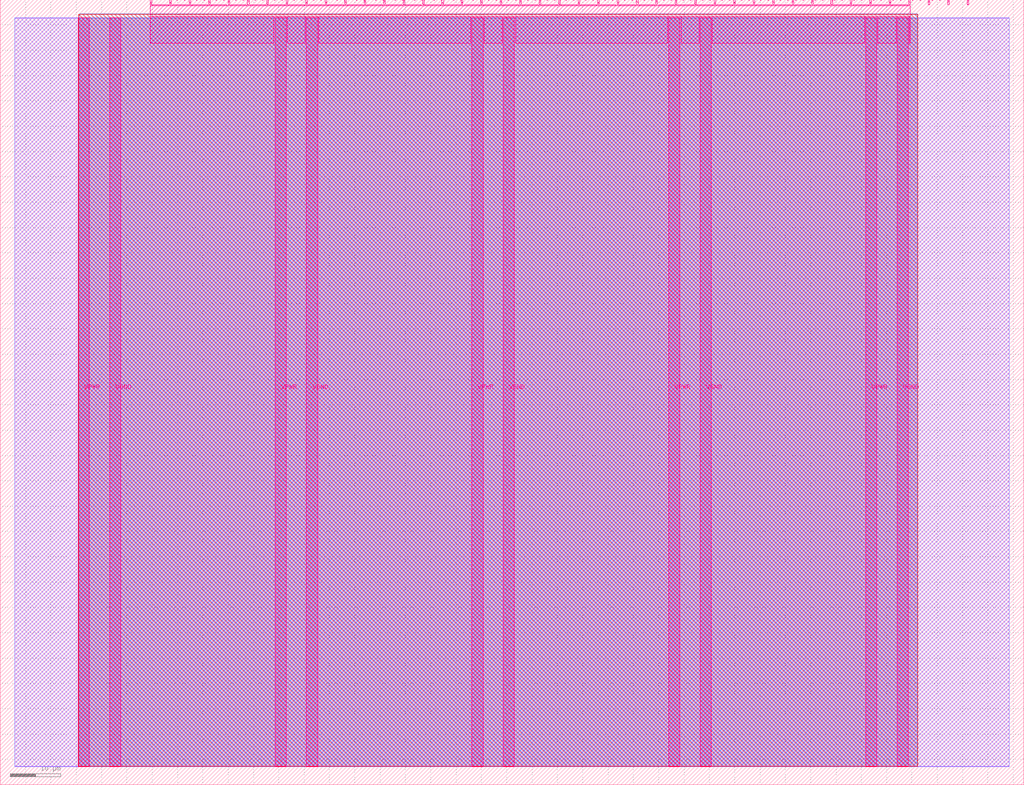
<source format=lef>
VERSION 5.7 ;
  NOWIREEXTENSIONATPIN ON ;
  DIVIDERCHAR "/" ;
  BUSBITCHARS "[]" ;
MACRO tt_um_wokwi_434917816595781633
  CLASS BLOCK ;
  FOREIGN tt_um_wokwi_434917816595781633 ;
  ORIGIN 0.000 0.000 ;
  SIZE 202.080 BY 154.980 ;
  PIN VGND
    DIRECTION INOUT ;
    USE GROUND ;
    PORT
      LAYER Metal5 ;
        RECT 21.580 3.560 23.780 151.420 ;
    END
    PORT
      LAYER Metal5 ;
        RECT 60.450 3.560 62.650 151.420 ;
    END
    PORT
      LAYER Metal5 ;
        RECT 99.320 3.560 101.520 151.420 ;
    END
    PORT
      LAYER Metal5 ;
        RECT 138.190 3.560 140.390 151.420 ;
    END
    PORT
      LAYER Metal5 ;
        RECT 177.060 3.560 179.260 151.420 ;
    END
  END VGND
  PIN VPWR
    DIRECTION INOUT ;
    USE POWER ;
    PORT
      LAYER Metal5 ;
        RECT 15.380 3.560 17.580 151.420 ;
    END
    PORT
      LAYER Metal5 ;
        RECT 54.250 3.560 56.450 151.420 ;
    END
    PORT
      LAYER Metal5 ;
        RECT 93.120 3.560 95.320 151.420 ;
    END
    PORT
      LAYER Metal5 ;
        RECT 131.990 3.560 134.190 151.420 ;
    END
    PORT
      LAYER Metal5 ;
        RECT 170.860 3.560 173.060 151.420 ;
    END
  END VPWR
  PIN clk
    DIRECTION INPUT ;
    USE SIGNAL ;
    PORT
      LAYER Metal5 ;
        RECT 187.050 153.980 187.350 154.980 ;
    END
  END clk
  PIN ena
    DIRECTION INPUT ;
    USE SIGNAL ;
    PORT
      LAYER Metal5 ;
        RECT 190.890 153.980 191.190 154.980 ;
    END
  END ena
  PIN rst_n
    DIRECTION INPUT ;
    USE SIGNAL ;
    PORT
      LAYER Metal5 ;
        RECT 183.210 153.980 183.510 154.980 ;
    END
  END rst_n
  PIN ui_in[0]
    DIRECTION INPUT ;
    USE SIGNAL ;
    ANTENNAGATEAREA 0.180700 ;
    PORT
      LAYER Metal5 ;
        RECT 179.370 153.980 179.670 154.980 ;
    END
  END ui_in[0]
  PIN ui_in[1]
    DIRECTION INPUT ;
    USE SIGNAL ;
    PORT
      LAYER Metal5 ;
        RECT 175.530 153.980 175.830 154.980 ;
    END
  END ui_in[1]
  PIN ui_in[2]
    DIRECTION INPUT ;
    USE SIGNAL ;
    ANTENNAGATEAREA 0.180700 ;
    PORT
      LAYER Metal5 ;
        RECT 171.690 153.980 171.990 154.980 ;
    END
  END ui_in[2]
  PIN ui_in[3]
    DIRECTION INPUT ;
    USE SIGNAL ;
    PORT
      LAYER Metal5 ;
        RECT 167.850 153.980 168.150 154.980 ;
    END
  END ui_in[3]
  PIN ui_in[4]
    DIRECTION INPUT ;
    USE SIGNAL ;
    PORT
      LAYER Metal5 ;
        RECT 164.010 153.980 164.310 154.980 ;
    END
  END ui_in[4]
  PIN ui_in[5]
    DIRECTION INPUT ;
    USE SIGNAL ;
    PORT
      LAYER Metal5 ;
        RECT 160.170 153.980 160.470 154.980 ;
    END
  END ui_in[5]
  PIN ui_in[6]
    DIRECTION INPUT ;
    USE SIGNAL ;
    PORT
      LAYER Metal5 ;
        RECT 156.330 153.980 156.630 154.980 ;
    END
  END ui_in[6]
  PIN ui_in[7]
    DIRECTION INPUT ;
    USE SIGNAL ;
    ANTENNAGATEAREA 0.180700 ;
    PORT
      LAYER Metal5 ;
        RECT 152.490 153.980 152.790 154.980 ;
    END
  END ui_in[7]
  PIN uio_in[0]
    DIRECTION INPUT ;
    USE SIGNAL ;
    PORT
      LAYER Metal5 ;
        RECT 148.650 153.980 148.950 154.980 ;
    END
  END uio_in[0]
  PIN uio_in[1]
    DIRECTION INPUT ;
    USE SIGNAL ;
    PORT
      LAYER Metal5 ;
        RECT 144.810 153.980 145.110 154.980 ;
    END
  END uio_in[1]
  PIN uio_in[2]
    DIRECTION INPUT ;
    USE SIGNAL ;
    PORT
      LAYER Metal5 ;
        RECT 140.970 153.980 141.270 154.980 ;
    END
  END uio_in[2]
  PIN uio_in[3]
    DIRECTION INPUT ;
    USE SIGNAL ;
    PORT
      LAYER Metal5 ;
        RECT 137.130 153.980 137.430 154.980 ;
    END
  END uio_in[3]
  PIN uio_in[4]
    DIRECTION INPUT ;
    USE SIGNAL ;
    PORT
      LAYER Metal5 ;
        RECT 133.290 153.980 133.590 154.980 ;
    END
  END uio_in[4]
  PIN uio_in[5]
    DIRECTION INPUT ;
    USE SIGNAL ;
    PORT
      LAYER Metal5 ;
        RECT 129.450 153.980 129.750 154.980 ;
    END
  END uio_in[5]
  PIN uio_in[6]
    DIRECTION INPUT ;
    USE SIGNAL ;
    PORT
      LAYER Metal5 ;
        RECT 125.610 153.980 125.910 154.980 ;
    END
  END uio_in[6]
  PIN uio_in[7]
    DIRECTION INPUT ;
    USE SIGNAL ;
    PORT
      LAYER Metal5 ;
        RECT 121.770 153.980 122.070 154.980 ;
    END
  END uio_in[7]
  PIN uio_oe[0]
    DIRECTION OUTPUT ;
    USE SIGNAL ;
    ANTENNADIFFAREA 0.299200 ;
    PORT
      LAYER Metal5 ;
        RECT 56.490 153.980 56.790 154.980 ;
    END
  END uio_oe[0]
  PIN uio_oe[1]
    DIRECTION OUTPUT ;
    USE SIGNAL ;
    ANTENNADIFFAREA 0.299200 ;
    PORT
      LAYER Metal5 ;
        RECT 52.650 153.980 52.950 154.980 ;
    END
  END uio_oe[1]
  PIN uio_oe[2]
    DIRECTION OUTPUT ;
    USE SIGNAL ;
    ANTENNADIFFAREA 0.299200 ;
    PORT
      LAYER Metal5 ;
        RECT 48.810 153.980 49.110 154.980 ;
    END
  END uio_oe[2]
  PIN uio_oe[3]
    DIRECTION OUTPUT ;
    USE SIGNAL ;
    ANTENNADIFFAREA 0.299200 ;
    PORT
      LAYER Metal5 ;
        RECT 44.970 153.980 45.270 154.980 ;
    END
  END uio_oe[3]
  PIN uio_oe[4]
    DIRECTION OUTPUT ;
    USE SIGNAL ;
    ANTENNADIFFAREA 0.299200 ;
    PORT
      LAYER Metal5 ;
        RECT 41.130 153.980 41.430 154.980 ;
    END
  END uio_oe[4]
  PIN uio_oe[5]
    DIRECTION OUTPUT ;
    USE SIGNAL ;
    ANTENNADIFFAREA 0.299200 ;
    PORT
      LAYER Metal5 ;
        RECT 37.290 153.980 37.590 154.980 ;
    END
  END uio_oe[5]
  PIN uio_oe[6]
    DIRECTION OUTPUT ;
    USE SIGNAL ;
    ANTENNADIFFAREA 0.299200 ;
    PORT
      LAYER Metal5 ;
        RECT 33.450 153.980 33.750 154.980 ;
    END
  END uio_oe[6]
  PIN uio_oe[7]
    DIRECTION OUTPUT ;
    USE SIGNAL ;
    ANTENNADIFFAREA 0.299200 ;
    PORT
      LAYER Metal5 ;
        RECT 29.610 153.980 29.910 154.980 ;
    END
  END uio_oe[7]
  PIN uio_out[0]
    DIRECTION OUTPUT ;
    USE SIGNAL ;
    ANTENNADIFFAREA 0.299200 ;
    PORT
      LAYER Metal5 ;
        RECT 87.210 153.980 87.510 154.980 ;
    END
  END uio_out[0]
  PIN uio_out[1]
    DIRECTION OUTPUT ;
    USE SIGNAL ;
    ANTENNADIFFAREA 0.299200 ;
    PORT
      LAYER Metal5 ;
        RECT 83.370 153.980 83.670 154.980 ;
    END
  END uio_out[1]
  PIN uio_out[2]
    DIRECTION OUTPUT ;
    USE SIGNAL ;
    ANTENNADIFFAREA 0.299200 ;
    PORT
      LAYER Metal5 ;
        RECT 79.530 153.980 79.830 154.980 ;
    END
  END uio_out[2]
  PIN uio_out[3]
    DIRECTION OUTPUT ;
    USE SIGNAL ;
    ANTENNADIFFAREA 0.299200 ;
    PORT
      LAYER Metal5 ;
        RECT 75.690 153.980 75.990 154.980 ;
    END
  END uio_out[3]
  PIN uio_out[4]
    DIRECTION OUTPUT ;
    USE SIGNAL ;
    ANTENNADIFFAREA 0.299200 ;
    PORT
      LAYER Metal5 ;
        RECT 71.850 153.980 72.150 154.980 ;
    END
  END uio_out[4]
  PIN uio_out[5]
    DIRECTION OUTPUT ;
    USE SIGNAL ;
    ANTENNADIFFAREA 0.299200 ;
    PORT
      LAYER Metal5 ;
        RECT 68.010 153.980 68.310 154.980 ;
    END
  END uio_out[5]
  PIN uio_out[6]
    DIRECTION OUTPUT ;
    USE SIGNAL ;
    ANTENNADIFFAREA 0.299200 ;
    PORT
      LAYER Metal5 ;
        RECT 64.170 153.980 64.470 154.980 ;
    END
  END uio_out[6]
  PIN uio_out[7]
    DIRECTION OUTPUT ;
    USE SIGNAL ;
    ANTENNADIFFAREA 0.299200 ;
    PORT
      LAYER Metal5 ;
        RECT 60.330 153.980 60.630 154.980 ;
    END
  END uio_out[7]
  PIN uo_out[0]
    DIRECTION OUTPUT ;
    USE SIGNAL ;
    ANTENNADIFFAREA 0.654800 ;
    PORT
      LAYER Metal5 ;
        RECT 117.930 153.980 118.230 154.980 ;
    END
  END uo_out[0]
  PIN uo_out[1]
    DIRECTION OUTPUT ;
    USE SIGNAL ;
    ANTENNADIFFAREA 0.654800 ;
    PORT
      LAYER Metal5 ;
        RECT 114.090 153.980 114.390 154.980 ;
    END
  END uo_out[1]
  PIN uo_out[2]
    DIRECTION OUTPUT ;
    USE SIGNAL ;
    ANTENNADIFFAREA 0.654800 ;
    PORT
      LAYER Metal5 ;
        RECT 110.250 153.980 110.550 154.980 ;
    END
  END uo_out[2]
  PIN uo_out[3]
    DIRECTION OUTPUT ;
    USE SIGNAL ;
    ANTENNADIFFAREA 0.654800 ;
    PORT
      LAYER Metal5 ;
        RECT 106.410 153.980 106.710 154.980 ;
    END
  END uo_out[3]
  PIN uo_out[4]
    DIRECTION OUTPUT ;
    USE SIGNAL ;
    ANTENNADIFFAREA 0.654800 ;
    PORT
      LAYER Metal5 ;
        RECT 102.570 153.980 102.870 154.980 ;
    END
  END uo_out[4]
  PIN uo_out[5]
    DIRECTION OUTPUT ;
    USE SIGNAL ;
    ANTENNADIFFAREA 0.654800 ;
    PORT
      LAYER Metal5 ;
        RECT 98.730 153.980 99.030 154.980 ;
    END
  END uo_out[5]
  PIN uo_out[6]
    DIRECTION OUTPUT ;
    USE SIGNAL ;
    ANTENNADIFFAREA 0.299200 ;
    PORT
      LAYER Metal5 ;
        RECT 94.890 153.980 95.190 154.980 ;
    END
  END uo_out[6]
  PIN uo_out[7]
    DIRECTION OUTPUT ;
    USE SIGNAL ;
    ANTENNADIFFAREA 0.299200 ;
    PORT
      LAYER Metal5 ;
        RECT 91.050 153.980 91.350 154.980 ;
    END
  END uo_out[7]
  OBS
      LAYER GatPoly ;
        RECT 2.880 3.630 199.200 151.350 ;
      LAYER Metal1 ;
        RECT 2.880 3.560 199.200 151.420 ;
      LAYER Metal2 ;
        RECT 15.515 3.680 181.105 151.300 ;
      LAYER Metal3 ;
        RECT 15.560 3.635 181.060 152.185 ;
      LAYER Metal4 ;
        RECT 15.515 3.680 181.105 152.140 ;
      LAYER Metal5 ;
        RECT 30.120 153.770 33.240 153.980 ;
        RECT 33.960 153.770 37.080 153.980 ;
        RECT 37.800 153.770 40.920 153.980 ;
        RECT 41.640 153.770 44.760 153.980 ;
        RECT 45.480 153.770 48.600 153.980 ;
        RECT 49.320 153.770 52.440 153.980 ;
        RECT 53.160 153.770 56.280 153.980 ;
        RECT 57.000 153.770 60.120 153.980 ;
        RECT 60.840 153.770 63.960 153.980 ;
        RECT 64.680 153.770 67.800 153.980 ;
        RECT 68.520 153.770 71.640 153.980 ;
        RECT 72.360 153.770 75.480 153.980 ;
        RECT 76.200 153.770 79.320 153.980 ;
        RECT 80.040 153.770 83.160 153.980 ;
        RECT 83.880 153.770 87.000 153.980 ;
        RECT 87.720 153.770 90.840 153.980 ;
        RECT 91.560 153.770 94.680 153.980 ;
        RECT 95.400 153.770 98.520 153.980 ;
        RECT 99.240 153.770 102.360 153.980 ;
        RECT 103.080 153.770 106.200 153.980 ;
        RECT 106.920 153.770 110.040 153.980 ;
        RECT 110.760 153.770 113.880 153.980 ;
        RECT 114.600 153.770 117.720 153.980 ;
        RECT 118.440 153.770 121.560 153.980 ;
        RECT 122.280 153.770 125.400 153.980 ;
        RECT 126.120 153.770 129.240 153.980 ;
        RECT 129.960 153.770 133.080 153.980 ;
        RECT 133.800 153.770 136.920 153.980 ;
        RECT 137.640 153.770 140.760 153.980 ;
        RECT 141.480 153.770 144.600 153.980 ;
        RECT 145.320 153.770 148.440 153.980 ;
        RECT 149.160 153.770 152.280 153.980 ;
        RECT 153.000 153.770 156.120 153.980 ;
        RECT 156.840 153.770 159.960 153.980 ;
        RECT 160.680 153.770 163.800 153.980 ;
        RECT 164.520 153.770 167.640 153.980 ;
        RECT 168.360 153.770 171.480 153.980 ;
        RECT 172.200 153.770 175.320 153.980 ;
        RECT 176.040 153.770 179.160 153.980 ;
        RECT 29.660 151.630 179.620 153.770 ;
        RECT 29.660 146.435 54.040 151.630 ;
        RECT 56.660 146.435 60.240 151.630 ;
        RECT 62.860 146.435 92.910 151.630 ;
        RECT 95.530 146.435 99.110 151.630 ;
        RECT 101.730 146.435 131.780 151.630 ;
        RECT 134.400 146.435 137.980 151.630 ;
        RECT 140.600 146.435 170.650 151.630 ;
        RECT 173.270 146.435 176.850 151.630 ;
        RECT 179.470 146.435 179.620 151.630 ;
  END
END tt_um_wokwi_434917816595781633
END LIBRARY


</source>
